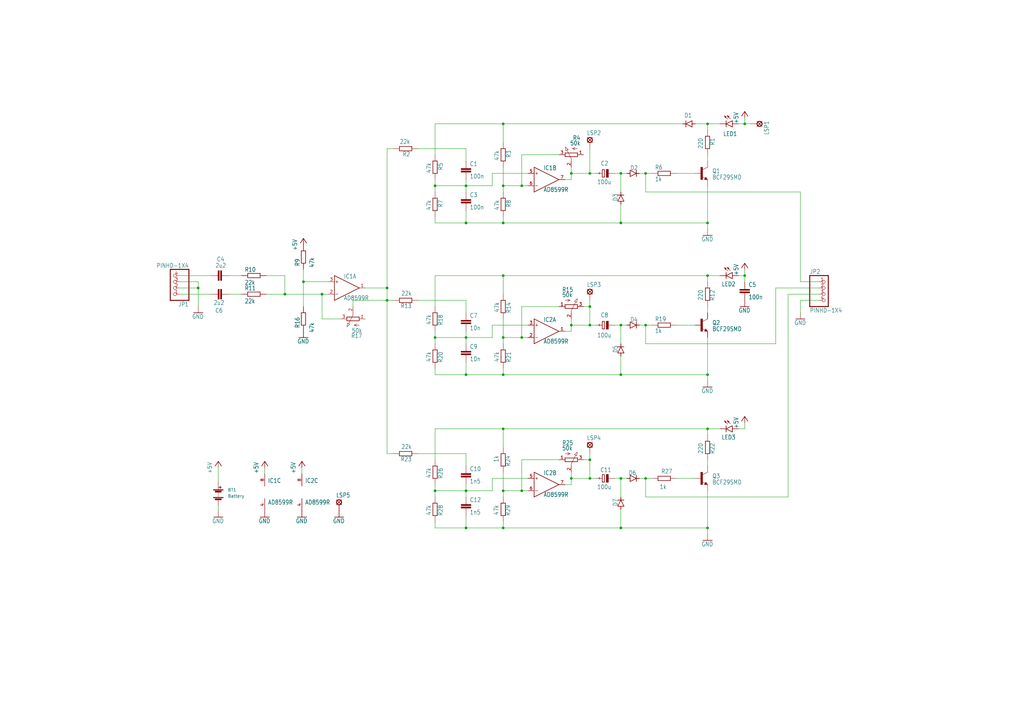
<source format=kicad_sch>
(kicad_sch (version 20211123) (generator eeschema)
  (paper "A3")
  (junction (at 305.435 113.03))
  (junction (at 191.135 216.535))
  (junction (at 290.195 175.895))
  (junction (at 206.375 138.43))
  (junction (at 132.08 120.65))
  (junction (at 206.375 50.8))
  (junction (at 213.995 76.2))
  (junction (at 254.635 133.35))
  (junction (at 241.935 71.12))
  (junction (at 241.935 125.73))
  (junction (at 254.635 153.67))
  (junction (at 264.795 71.12))
  (junction (at 191.135 76.2))
  (junction (at 234.315 71.12))
  (junction (at 178.435 138.43))
  (junction (at 234.315 133.35))
  (junction (at 213.995 138.43))
  (junction (at 191.135 138.43))
  (junction (at 290.195 113.03))
  (junction (at 290.195 153.67))
  (junction (at 290.195 216.535))
  (junction (at 81.28 118.11))
  (junction (at 241.935 188.595))
  (junction (at 178.435 76.2))
  (junction (at 305.435 50.8))
  (junction (at 241.935 133.35))
  (junction (at 206.375 113.03))
  (junction (at 206.375 91.44))
  (junction (at 191.135 201.295))
  (junction (at 264.795 133.35))
  (junction (at 158.75 123.19))
  (junction (at 241.935 196.215))
  (junction (at 206.375 201.295))
  (junction (at 116.84 120.65))
  (junction (at 206.375 76.2))
  (junction (at 124.46 115.57))
  (junction (at 206.375 153.67))
  (junction (at 213.995 201.295))
  (junction (at 264.795 196.215))
  (junction (at 254.635 71.12))
  (junction (at 158.75 118.11))
  (junction (at 178.435 201.295))
  (junction (at 206.375 175.895))
  (junction (at 254.635 216.535))
  (junction (at 254.635 91.44))
  (junction (at 234.315 196.215))
  (junction (at 290.195 91.44))
  (junction (at 206.375 216.535))
  (junction (at 290.195 50.8))
  (junction (at 254.635 196.215))
  (junction (at 191.135 153.67))
  (junction (at 191.135 91.44))
  (wire (pts (xy 231.775 198.755) (xy 234.315 198.755)))
  (wire (pts (xy 81.28 115.57) (xy 73.66 115.57)))
  (wire (pts (xy 191.135 201.295) (xy 191.135 198.755)))
  (wire (pts (xy 213.995 76.2) (xy 206.375 76.2)))
  (wire (pts (xy 254.635 216.535) (xy 290.195 216.535)))
  (wire (pts (xy 206.375 151.13) (xy 206.375 153.67)))
  (wire (pts (xy 73.66 120.65) (xy 86.36 120.65)))
  (wire (pts (xy 191.135 211.455) (xy 191.135 216.535)))
  (wire (pts (xy 158.75 118.11) (xy 158.75 60.96)))
  (wire (pts (xy 254.635 203.835) (xy 254.635 196.215)))
  (wire (pts (xy 241.935 133.35) (xy 241.935 125.73)))
  (wire (pts (xy 318.135 140.97) (xy 318.135 118.11)))
  (wire (pts (xy 178.435 113.03) (xy 206.375 113.03)))
  (wire (pts (xy 328.295 123.19) (xy 335.915 123.19)))
  (wire (pts (xy 178.435 153.67) (xy 191.135 153.67)))
  (wire (pts (xy 244.475 133.35) (xy 241.935 133.35)))
  (wire (pts (xy 206.375 78.74) (xy 206.375 76.2)))
  (wire (pts (xy 178.435 76.2) (xy 191.135 76.2)))
  (wire (pts (xy 109.22 120.65) (xy 116.84 120.65)))
  (wire (pts (xy 178.435 78.74) (xy 178.435 76.2)))
  (wire (pts (xy 191.135 138.43) (xy 191.135 135.89)))
  (wire (pts (xy 241.935 125.73) (xy 239.395 125.73)))
  (wire (pts (xy 234.315 133.35) (xy 241.935 133.35)))
  (wire (pts (xy 305.435 175.895) (xy 305.435 173.355)))
  (wire (pts (xy 234.315 196.215) (xy 241.935 196.215)))
  (wire (pts (xy 295.275 175.895) (xy 290.195 175.895)))
  (wire (pts (xy 132.08 130.81) (xy 132.08 120.65)))
  (wire (pts (xy 241.935 186.055) (xy 241.935 188.595)))
  (wire (pts (xy 234.315 71.12) (xy 234.315 68.58)))
  (wire (pts (xy 244.475 196.215) (xy 241.935 196.215)))
  (wire (pts (xy 231.775 135.89) (xy 234.315 135.89)))
  (wire (pts (xy 171.45 60.96) (xy 191.135 60.96)))
  (wire (pts (xy 191.135 201.295) (xy 201.93 201.295)))
  (wire (pts (xy 206.375 88.9) (xy 206.375 91.44)))
  (wire (pts (xy 290.195 53.34) (xy 290.195 50.8)))
  (wire (pts (xy 213.995 138.43) (xy 213.995 125.73)))
  (wire (pts (xy 307.975 50.8) (xy 305.435 50.8)))
  (wire (pts (xy 144.78 123.19) (xy 158.75 123.19)))
  (wire (pts (xy 191.135 91.44) (xy 206.375 91.44)))
  (wire (pts (xy 178.435 91.44) (xy 191.135 91.44)))
  (wire (pts (xy 158.75 123.19) (xy 158.75 186.055)))
  (wire (pts (xy 81.28 118.11) (xy 81.28 115.57)))
  (wire (pts (xy 290.195 91.44) (xy 290.195 76.2)))
  (wire (pts (xy 124.46 125.73) (xy 124.46 115.57)))
  (wire (pts (xy 191.135 86.36) (xy 191.135 91.44)))
  (wire (pts (xy 254.635 91.44) (xy 290.195 91.44)))
  (wire (pts (xy 178.435 175.895) (xy 206.375 175.895)))
  (wire (pts (xy 234.315 135.89) (xy 234.315 133.35)))
  (wire (pts (xy 305.435 50.8) (xy 305.435 48.26)))
  (wire (pts (xy 206.375 68.58) (xy 206.375 76.2)))
  (wire (pts (xy 285.115 71.12) (xy 277.495 71.12)))
  (wire (pts (xy 191.135 78.74) (xy 191.135 76.2)))
  (wire (pts (xy 201.93 138.43) (xy 201.93 133.35)))
  (wire (pts (xy 216.535 76.2) (xy 213.995 76.2)))
  (wire (pts (xy 216.535 201.295) (xy 213.995 201.295)))
  (wire (pts (xy 254.635 78.74) (xy 254.635 71.12)))
  (wire (pts (xy 290.195 128.27) (xy 290.195 125.73)))
  (wire (pts (xy 206.375 216.535) (xy 254.635 216.535)))
  (wire (pts (xy 290.195 219.075) (xy 290.195 216.535)))
  (wire (pts (xy 116.84 113.03) (xy 116.84 120.65)))
  (wire (pts (xy 290.195 115.57) (xy 290.195 113.03)))
  (wire (pts (xy 93.98 120.65) (xy 99.06 120.65)))
  (wire (pts (xy 109.22 113.03) (xy 116.84 113.03)))
  (wire (pts (xy 213.995 125.73) (xy 229.235 125.73)))
  (wire (pts (xy 99.06 113.03) (xy 93.98 113.03)))
  (wire (pts (xy 264.795 133.35) (xy 262.255 133.35)))
  (wire (pts (xy 123.825 191.77) (xy 123.825 194.31)))
  (wire (pts (xy 191.135 76.2) (xy 201.93 76.2)))
  (wire (pts (xy 206.375 50.8) (xy 280.035 50.8)))
  (wire (pts (xy 290.195 93.98) (xy 290.195 91.44)))
  (wire (pts (xy 290.195 50.8) (xy 285.115 50.8)))
  (wire (pts (xy 178.435 213.995) (xy 178.435 216.535)))
  (wire (pts (xy 264.795 196.215) (xy 262.255 196.215)))
  (wire (pts (xy 264.795 203.835) (xy 264.795 196.215)))
  (wire (pts (xy 257.175 71.12) (xy 254.635 71.12)))
  (wire (pts (xy 295.275 50.8) (xy 290.195 50.8)))
  (wire (pts (xy 254.635 196.215) (xy 252.095 196.215)))
  (wire (pts (xy 305.435 115.57) (xy 305.435 113.03)))
  (wire (pts (xy 81.28 125.73) (xy 81.28 118.11)))
  (wire (pts (xy 158.75 123.19) (xy 158.75 118.11)))
  (wire (pts (xy 171.45 186.055) (xy 191.135 186.055)))
  (wire (pts (xy 257.175 133.35) (xy 254.635 133.35)))
  (wire (pts (xy 206.375 91.44) (xy 254.635 91.44)))
  (wire (pts (xy 213.995 138.43) (xy 206.375 138.43)))
  (wire (pts (xy 206.375 113.03) (xy 290.195 113.03)))
  (wire (pts (xy 73.66 118.11) (xy 81.28 118.11)))
  (wire (pts (xy 323.215 120.65) (xy 335.915 120.65)))
  (wire (pts (xy 264.795 78.74) (xy 264.795 71.12)))
  (wire (pts (xy 108.585 191.77) (xy 108.585 194.31)))
  (wire (pts (xy 234.315 73.66) (xy 234.315 71.12)))
  (wire (pts (xy 216.535 133.35) (xy 201.93 133.35)))
  (wire (pts (xy 89.535 191.77) (xy 89.535 197.485)))
  (wire (pts (xy 285.115 133.35) (xy 277.495 133.35)))
  (wire (pts (xy 178.435 88.9) (xy 178.435 91.44)))
  (wire (pts (xy 139.7 130.81) (xy 132.08 130.81)))
  (wire (pts (xy 178.435 50.8) (xy 206.375 50.8)))
  (wire (pts (xy 290.195 156.21) (xy 290.195 153.67)))
  (wire (pts (xy 89.535 209.55) (xy 89.535 207.645)))
  (wire (pts (xy 264.795 203.835) (xy 323.215 203.835)))
  (wire (pts (xy 335.915 115.57) (xy 328.295 115.57)))
  (wire (pts (xy 216.535 138.43) (xy 213.995 138.43)))
  (wire (pts (xy 206.375 153.67) (xy 254.635 153.67)))
  (wire (pts (xy 305.435 113.03) (xy 305.435 110.49)))
  (wire (pts (xy 267.335 133.35) (xy 264.795 133.35)))
  (wire (pts (xy 244.475 71.12) (xy 241.935 71.12)))
  (wire (pts (xy 191.135 138.43) (xy 201.93 138.43)))
  (wire (pts (xy 254.635 83.82) (xy 254.635 91.44)))
  (wire (pts (xy 323.215 120.65) (xy 323.215 203.835)))
  (wire (pts (xy 318.135 118.11) (xy 335.915 118.11)))
  (wire (pts (xy 201.93 76.2) (xy 201.93 71.12)))
  (wire (pts (xy 191.135 123.19) (xy 191.135 128.27)))
  (wire (pts (xy 206.375 203.835) (xy 206.375 201.295)))
  (wire (pts (xy 191.135 140.97) (xy 191.135 138.43)))
  (wire (pts (xy 178.435 138.43) (xy 178.435 135.89)))
  (wire (pts (xy 213.995 201.295) (xy 213.995 188.595)))
  (wire (pts (xy 328.295 128.27) (xy 328.295 123.19)))
  (wire (pts (xy 206.375 213.995) (xy 206.375 216.535)))
  (wire (pts (xy 178.435 201.295) (xy 178.435 198.755)))
  (wire (pts (xy 191.135 76.2) (xy 191.135 73.66)))
  (wire (pts (xy 191.135 148.59) (xy 191.135 153.67)))
  (wire (pts (xy 264.795 140.97) (xy 264.795 133.35)))
  (wire (pts (xy 213.995 188.595) (xy 229.235 188.595)))
  (wire (pts (xy 201.93 201.295) (xy 201.93 196.215)))
  (wire (pts (xy 290.195 191.135) (xy 290.195 188.595)))
  (wire (pts (xy 178.435 138.43) (xy 191.135 138.43)))
  (wire (pts (xy 290.195 66.04) (xy 290.195 63.5)))
  (wire (pts (xy 178.435 201.295) (xy 191.135 201.295)))
  (wire (pts (xy 191.135 186.055) (xy 191.135 191.135)))
  (wire (pts (xy 241.935 196.215) (xy 241.935 188.595)))
  (wire (pts (xy 116.84 120.65) (xy 132.08 120.65)))
  (wire (pts (xy 290.195 138.43) (xy 290.195 153.67)))
  (wire (pts (xy 206.375 175.895) (xy 206.375 183.515)))
  (wire (pts (xy 241.935 60.96) (xy 241.935 71.12)))
  (wire (pts (xy 158.75 60.96) (xy 161.29 60.96)))
  (wire (pts (xy 328.295 115.57) (xy 328.295 78.74)))
  (wire (pts (xy 191.135 216.535) (xy 206.375 216.535)))
  (wire (pts (xy 191.135 203.835) (xy 191.135 201.295)))
  (wire (pts (xy 178.435 63.5) (xy 178.435 50.8)))
  (wire (pts (xy 234.315 71.12) (xy 241.935 71.12)))
  (wire (pts (xy 206.375 113.03) (xy 206.375 120.65)))
  (wire (pts (xy 257.175 196.215) (xy 254.635 196.215)))
  (wire (pts (xy 206.375 50.8) (xy 206.375 58.42)))
  (wire (pts (xy 191.135 153.67) (xy 206.375 153.67)))
  (wire (pts (xy 191.135 60.96) (xy 191.135 66.04)))
  (wire (pts (xy 216.535 196.215) (xy 201.93 196.215)))
  (wire (pts (xy 254.635 133.35) (xy 252.095 133.35)))
  (wire (pts (xy 178.435 76.2) (xy 178.435 73.66)))
  (wire (pts (xy 178.435 203.835) (xy 178.435 201.295)))
  (wire (pts (xy 171.45 123.19) (xy 191.135 123.19)))
  (wire (pts (xy 241.935 123.19) (xy 241.935 125.73)))
  (wire (pts (xy 178.435 140.97) (xy 178.435 138.43)))
  (wire (pts (xy 264.795 71.12) (xy 262.255 71.12)))
  (wire (pts (xy 213.995 201.295) (xy 206.375 201.295)))
  (wire (pts (xy 234.315 133.35) (xy 234.315 130.81)))
  (wire (pts (xy 134.62 115.57) (xy 124.46 115.57)))
  (wire (pts (xy 144.78 125.73) (xy 144.78 123.19)))
  (wire (pts (xy 254.635 71.12) (xy 252.095 71.12)))
  (wire (pts (xy 132.08 120.65) (xy 134.62 120.65)))
  (wire (pts (xy 216.535 71.12) (xy 201.93 71.12)))
  (wire (pts (xy 149.86 118.11) (xy 158.75 118.11)))
  (wire (pts (xy 254.635 153.67) (xy 290.195 153.67)))
  (wire (pts (xy 254.635 146.05) (xy 254.635 153.67)))
  (wire (pts (xy 267.335 196.215) (xy 264.795 196.215)))
  (wire (pts (xy 178.435 188.595) (xy 178.435 175.895)))
  (wire (pts (xy 178.435 125.73) (xy 178.435 113.03)))
  (wire (pts (xy 285.115 196.215) (xy 277.495 196.215)))
  (wire (pts (xy 158.75 123.19) (xy 161.29 123.19)))
  (wire (pts (xy 178.435 216.535) (xy 191.135 216.535)))
  (wire (pts (xy 213.995 76.2) (xy 213.995 63.5)))
  (wire (pts (xy 254.635 208.915) (xy 254.635 216.535)))
  (wire (pts (xy 290.195 201.295) (xy 290.195 216.535)))
  (wire (pts (xy 264.795 140.97) (xy 318.135 140.97)))
  (wire (pts (xy 206.375 193.675) (xy 206.375 201.295)))
  (wire (pts (xy 290.195 178.435) (xy 290.195 175.895)))
  (wire (pts (xy 234.315 196.215) (xy 234.315 193.675)))
  (wire (pts (xy 328.295 78.74) (xy 264.795 78.74)))
  (wire (pts (xy 206.375 130.81) (xy 206.375 138.43)))
  (wire (pts (xy 302.895 175.895) (xy 305.435 175.895)))
  (wire (pts (xy 302.895 50.8) (xy 305.435 50.8)))
  (wire (pts (xy 158.75 186.055) (xy 161.29 186.055)))
  (wire (pts (xy 206.375 140.97) (xy 206.375 138.43)))
  (wire (pts (xy 213.995 63.5) (xy 229.235 63.5)))
  (wire (pts (xy 178.435 151.13) (xy 178.435 153.67)))
  (wire (pts (xy 302.895 113.03) (xy 305.435 113.03)))
  (wire (pts (xy 231.775 73.66) (xy 234.315 73.66)))
  (wire (pts (xy 241.935 188.595) (xy 239.395 188.595)))
  (wire (pts (xy 86.36 113.03) (xy 73.66 113.03)))
  (wire (pts (xy 295.275 113.03) (xy 290.195 113.03)))
  (wire (pts (xy 267.335 71.12) (xy 264.795 71.12)))
  (wire (pts (xy 124.46 115.57) (xy 124.46 110.49)))
  (wire (pts (xy 206.375 175.895) (xy 290.195 175.895)))
  (wire (pts (xy 234.315 198.755) (xy 234.315 196.215)))
  (wire (pts (xy 254.635 140.97) (xy 254.635 133.35)))
  (symbol (lib_name "LSP10_1") (lib_id "BH-eagle-import:LSP10") (at 139.065 207.01 0) (unit 1)
    (property "Reference" "LSP5" (at 137.795 204.089 0) (effects (font (size 1.778 1.5113)) (justify left bottom)))
    (property "Value" "LSP10" (effects hide))
    (property "Footprint" "Connector_PinHeader_2.54mm:PinHeader_1x01_P2.54mm_Vertical" (effects hide))
    (property "LCSC" "1" (effects hide))
  )
  (symbol (lib_id "BH-eagle-import:+5V") (at 123.825 189.23 0) (unit 1)
    (property "Reference" "#P+0103" (effects hide))
    (property "Value" "+5V" (at 121.285 194.31 90) (effects (font (size 1.778 1.5113)) (justify left bottom)))
    (property "Footprint" "BH:" (effects hide))
  )
  (symbol (lib_id "BH-eagle-import:GND") (at 123.825 212.09 0) (unit 1)
    (property "Reference" "#GND0104" (effects hide))
    (property "Value" "GND" (at 121.285 214.63 0) (effects (font (size 1.778 1.5113)) (justify left bottom)))
    (property "Footprint" "BH:" (effects hide))
  )
  (symbol (lib_id "BH-eagle-import:CPOL-EUE2,5-6E") (at 247.015 133.35 90) (unit 1)
    (property "Reference" "C8" (at 249.555 128.27 90) (effects (font (size 1.778 1.5113)) (justify left bottom)))
    (property "Value" "100u" (at 250.825 136.525 90) (effects (font (size 1.778 1.5113)) (justify left bottom)))
    (property "Footprint" "Capacitor_THT:CP_Radial_D5.0mm_P2.50mm" (effects hide))
    (property "LCSC" "1" (effects hide))
  )
  (symbol (lib_name "1N4148DO35-7_5") (lib_id "BH-eagle-import:1N4148DO35-7") (at 282.575 50.8 180) (unit 1)
    (property "Reference" "D1" (at 283.845 46.355 0) (effects (font (size 1.778 1.5113)) (justify left bottom)))
    (property "Value" "1N4148DO35-7" (effects hide))
    (property "Footprint" "Diode_SMD:D_0603_1608Metric_Pad1.05x0.95mm_HandSolder" (effects hide))
    (property "LCSC" "1" (effects hide))
  )
  (symbol (lib_name "R-EU_R0402_3") (lib_id "BH-eagle-import:R-EU_R0402") (at 178.435 130.81 270) (unit 1)
    (property "Reference" "R18" (at 179.705 128.905 0) (effects (font (size 1.778 1.5113)) (justify left bottom)))
    (property "Value" "47k" (at 174.9044 128.905 0) (effects (font (size 1.778 1.5113)) (justify left bottom)))
    (property "Footprint" "Resistor_SMD:R_0402_1005Metric" (effects hide))
    (property "LCSC" "1" (effects hide))
  )
  (symbol (lib_name "C-EUC0402_2") (lib_id "BH-eagle-import:C-EUC0402") (at 191.135 130.81 0) (unit 1)
    (property "Reference" "C7" (at 192.659 130.429 0) (effects (font (size 1.778 1.5113)) (justify left bottom)))
    (property "Value" "10n" (at 192.659 135.509 0) (effects (font (size 1.778 1.5113)) (justify left bottom)))
    (property "Footprint" "Capacitor_SMD:C_0402_1005Metric" (effects hide))
    (property "LCSC" "1" (effects hide))
  )
  (symbol (lib_id "BH-eagle-import:AD8599R") (at 139.7 118.11 0) (unit 1)
    (property "Reference" "IC1" (at 140.97 114.3 0) (effects (font (size 1.778 1.5113)) (justify left bottom)))
    (property "Value" "AD8599R" (at 140.97 123.19 0) (effects (font (size 1.778 1.5113)) (justify left bottom)))
    (property "Footprint" "Package_SO:SOIC-8_3.9x4.9mm_P1.27mm" (effects hide))
    (property "Datasheet" "https://www.analog.com/media/en/technical-documentation/data-sheets/AD8597_8599.pdf" (effects hide))
    (property "LCSC" "1" (effects hide))
  )
  (symbol (lib_id "BH-eagle-import:GND") (at 290.195 96.52 0) (unit 1)
    (property "Reference" "#GND0108" (effects hide))
    (property "Value" "GND" (at 287.655 99.06 0) (effects (font (size 1.778 1.5113)) (justify left bottom)))
    (property "Footprint" "BH:" (effects hide))
  )
  (symbol (lib_name "C-EUC0402_2") (lib_id "BH-eagle-import:C-EUC0402") (at 88.9 120.65 90) (unit 1)
    (property "Reference" "C6" (at 91.44 126.365 90) (effects (font (size 1.778 1.5113)) (justify left bottom)))
    (property "Value" "2u2" (at 92.075 123.19 90) (effects (font (size 1.778 1.5113)) (justify left bottom)))
    (property "Footprint" "Capacitor_SMD:C_0402_1005Metric" (effects hide))
    (property "LCSC" "1" (effects hide))
  )
  (symbol (lib_name "LEDSML0603_1") (lib_id "BH-eagle-import:LEDSML0603") (at 300.355 50.8 270) (unit 1)
    (property "Reference" "LED1" (at 296.545 55.88 90) (effects (font (size 1.778 1.5113)) (justify left bottom)))
    (property "Value" "LEDSML0603" (effects hide))
    (property "Footprint" "Diode_SMD:D_0603_1608Metric_Pad1.05x0.95mm_HandSolder" (effects hide))
    (property "LCSC" "1" (effects hide))
  )
  (symbol (lib_id "BH-eagle-import:PINHD-1X4") (at 338.455 120.65 0) (unit 1)
    (property "Reference" "JP2" (at 332.105 112.395 0) (effects (font (size 1.778 1.5113)) (justify left bottom)))
    (property "Value" "PINHD-1X4" (at 332.105 128.27 0) (effects (font (size 1.778 1.5113)) (justify left bottom)))
    (property "Footprint" "Connector_PinHeader_2.54mm:PinHeader_1x04_P2.54mm_Vertical" (effects hide))
    (property "LCSC" "1" (effects hide))
  )
  (symbol (lib_name "R-EU_R0402_24") (lib_id "BH-eagle-import:R-EU_R0402") (at 290.195 120.65 270) (unit 1)
    (property "Reference" "R12" (at 291.1856 118.745 0) (effects (font (size 1.778 1.5113)) (justify left bottom)))
    (property "Value" "220" (at 286.385 118.745 0) (effects (font (size 1.778 1.5113)) (justify left bottom)))
    (property "Footprint" "Resistor_SMD:R_0402_1005Metric" (effects hide))
    (property "LCSC" "1" (effects hide))
  )
  (symbol (lib_id "BH-eagle-import:C-EUC0402") (at 305.435 118.11 0) (unit 1)
    (property "Reference" "C5" (at 306.959 117.729 0) (effects (font (size 1.778 1.5113)) (justify left bottom)))
    (property "Value" "100n" (at 306.959 122.809 0) (effects (font (size 1.778 1.5113)) (justify left bottom)))
    (property "Footprint" "Capacitor_SMD:C_0402_1005Metric" (effects hide))
    (property "LCSC" "1" (effects hide))
  )
  (symbol (lib_name "CPOL-EUE2,5-6E_2") (lib_id "BH-eagle-import:CPOL-EUE2,5-6E") (at 247.015 196.215 90) (unit 1)
    (property "Reference" "C11" (at 250.825 191.77 90) (effects (font (size 1.778 1.5113)) (justify left bottom)))
    (property "Value" "100u" (at 250.825 198.755 90) (effects (font (size 1.778 1.5113)) (justify left bottom)))
    (property "Footprint" "Capacitor_THT:CP_Radial_D5.0mm_P2.50mm" (effects hide))
    (property "LCSC" "1" (effects hide))
  )
  (symbol (lib_name "CPOL-EUE2,5-6E_1") (lib_id "BH-eagle-import:CPOL-EUE2,5-6E") (at 247.015 71.12 90) (unit 1)
    (property "Reference" "C2" (at 249.555 66.04 90) (effects (font (size 1.778 1.5113)) (justify left bottom)))
    (property "Value" "100u" (at 250.825 73.66 90) (effects (font (size 1.778 1.5113)) (justify left bottom)))
    (property "Footprint" "Capacitor_THT:CP_Radial_D5.0mm_P2.50mm" (effects hide))
    (property "LCSC" "1" (effects hide))
  )
  (symbol (lib_name "C-EUC0402_6") (lib_id "BH-eagle-import:C-EUC0402") (at 191.135 68.58 0) (unit 1)
    (property "Reference" "C1" (at 192.659 68.199 0) (effects (font (size 1.778 1.5113)) (justify left bottom)))
    (property "Value" "100n" (at 192.659 73.279 0) (effects (font (size 1.778 1.5113)) (justify left bottom)))
    (property "Footprint" "Capacitor_SMD:C_0402_1005Metric" (effects hide))
    (property "LCSC" "1" (effects hide))
  )
  (symbol (lib_name "BCF29SMD_1") (lib_id "BH-eagle-import:BCF29SMD") (at 287.655 71.12 0) (unit 1)
    (property "Reference" "Q1" (at 292.1 71.12 0) (effects (font (size 1.778 1.5113)) (justify left bottom)))
    (property "Value" "BCF29SMD" (at 292.1 73.66 0) (effects (font (size 1.778 1.5113)) (justify left bottom)))
    (property "Footprint" "Package_TO_SOT_SMD:SOT-23W_Handsoldering" (effects hide))
    (property "LCSC" "1" (effects hide))
  )
  (symbol (lib_name "R-EU_R0402_2") (lib_id "BH-eagle-import:R-EU_R0402") (at 166.37 123.19 180) (unit 1)
    (property "Reference" "R13" (at 168.91 124.46 0) (effects (font (size 1.778 1.5113)) (justify left bottom)))
    (property "Value" "22k" (at 168.91 119.38 0) (effects (font (size 1.778 1.5113)) (justify left bottom)))
    (property "Footprint" "Resistor_SMD:R_0402_1005Metric" (effects hide))
    (property "LCSC" "1" (effects hide))
  )
  (symbol (lib_name "C-EUC0402_1") (lib_id "BH-eagle-import:C-EUC0402") (at 191.135 143.51 0) (unit 1)
    (property "Reference" "C9" (at 192.659 143.129 0) (effects (font (size 1.778 1.5113)) (justify left bottom)))
    (property "Value" "10n" (at 192.659 148.209 0) (effects (font (size 1.778 1.5113)) (justify left bottom)))
    (property "Footprint" "Capacitor_SMD:C_0402_1005Metric" (effects hide))
    (property "LCSC" "1" (effects hide))
  )
  (symbol (lib_name "LSP10_1") (lib_id "BH-eagle-import:LSP10") (at 310.515 50.8 270) (unit 1)
    (property "Reference" "LSP1" (at 313.436 49.53 0) (effects (font (size 1.778 1.5113)) (justify left bottom)))
    (property "Value" "LSP10" (effects hide))
    (property "Footprint" "Connector_PinHeader_2.54mm:PinHeader_1x01_P2.54mm_Vertical" (effects hide))
    (property "LCSC" "1" (effects hide))
  )
  (symbol (lib_name "BCF29SMD_2") (lib_id "BH-eagle-import:BCF29SMD") (at 287.655 133.35 0) (unit 1)
    (property "Reference" "Q2" (at 292.1 133.35 0) (effects (font (size 1.778 1.5113)) (justify left bottom)))
    (property "Value" "BCF29SMD" (at 292.1 135.89 0) (effects (font (size 1.778 1.5113)) (justify left bottom)))
    (property "Footprint" "Package_TO_SOT_SMD:SOT-23W_Handsoldering" (effects hide))
    (property "LCSC" "1" (effects hide))
  )
  (symbol (lib_name "1N4148DO35-7_6") (lib_id "BH-eagle-import:1N4148DO35-7") (at 254.635 143.51 90) (unit 1)
    (property "Reference" "D5" (at 253.365 144.78 0) (effects (font (size 1.778 1.5113)) (justify left bottom)))
    (property "Value" "1N4148DO35-7" (effects hide))
    (property "Footprint" "Diode_SMD:D_0603_1608Metric_Pad1.05x0.95mm_HandSolder" (effects hide))
    (property "LCSC" "1" (effects hide))
  )
  (symbol (lib_id "BH-eagle-import:AD8599R") (at 221.615 135.89 0) (unit 1)
    (property "Reference" "IC2" (at 222.885 132.08 0) (effects (font (size 1.778 1.5113)) (justify left bottom)))
    (property "Value" "AD8599R" (at 222.885 140.97 0) (effects (font (size 1.778 1.5113)) (justify left bottom)))
    (property "Footprint" "Package_SO:SOIC-8_3.9x4.9mm_P1.27mm" (effects hide))
    (property "LCSC" "1" (effects hide))
  )
  (symbol (lib_id "BH-eagle-import:EVUL") (at 234.315 188.595 270) (unit 1)
    (property "Reference" "R25" (at 230.505 182.626 90) (effects (font (size 1.778 1.5113)) (justify left bottom)))
    (property "Value" "50k" (at 230.505 184.785 90) (effects (font (size 1.778 1.5113)) (justify left bottom)))
    (property "Footprint" "Potentiometer_THT:Potentiometer_Alpha_RD901F-40-00D_Single_Vertical" (effects hide))
    (property "LCSC" "1" (effects hide))
  )
  (symbol (lib_name "C-EUC0402_4") (lib_id "BH-eagle-import:C-EUC0402") (at 191.135 193.675 0) (unit 1)
    (property "Reference" "C10" (at 192.659 193.294 0) (effects (font (size 1.778 1.5113)) (justify left bottom)))
    (property "Value" "1n5" (at 192.659 198.374 0) (effects (font (size 1.778 1.5113)) (justify left bottom)))
    (property "Footprint" "Capacitor_SMD:C_0402_1005Metric" (effects hide))
    (property "LCSC" "1" (effects hide))
  )
  (symbol (lib_name "R-EU_R0402_16") (lib_id "BH-eagle-import:R-EU_R0402") (at 206.375 83.82 270) (unit 1)
    (property "Reference" "R8" (at 207.645 81.915 0) (effects (font (size 1.778 1.5113)) (justify left bottom)))
    (property "Value" "47k" (at 202.8444 81.915 0) (effects (font (size 1.778 1.5113)) (justify left bottom)))
    (property "Footprint" "Resistor_SMD:R_0402_1005Metric" (effects hide))
    (property "LCSC" "1" (effects hide))
  )
  (symbol (lib_name "C-EUC0402_5") (lib_id "BH-eagle-import:C-EUC0402") (at 191.135 81.28 0) (unit 1)
    (property "Reference" "C3" (at 192.659 80.899 0) (effects (font (size 1.778 1.5113)) (justify left bottom)))
    (property "Value" "100n" (at 192.659 85.979 0) (effects (font (size 1.778 1.5113)) (justify left bottom)))
    (property "Footprint" "Capacitor_SMD:C_0402_1005Metric" (effects hide))
    (property "LCSC" "1" (effects hide))
  )
  (symbol (lib_name "R-EU_R0402_10") (lib_id "BH-eagle-import:R-EU_R0402") (at 124.46 105.41 90) (unit 1)
    (property "Reference" "R9" (at 122.9614 109.22 0) (effects (font (size 1.778 1.5113)) (justify left bottom)))
    (property "Value" "47k" (at 128.905 109.855 0) (effects (font (size 1.778 1.5113)) (justify left bottom)))
    (property "Footprint" "Resistor_SMD:R_0402_1005Metric" (effects hide))
    (property "LCSC" "1" (effects hide))
  )
  (symbol (lib_name "R-EU_R0402_15") (lib_id "BH-eagle-import:R-EU_R0402") (at 206.375 63.5 270) (unit 1)
    (property "Reference" "R3" (at 207.645 61.595 0) (effects (font (size 1.778 1.5113)) (justify left bottom)))
    (property "Value" "47k" (at 202.8444 61.595 0) (effects (font (size 1.778 1.5113)) (justify left bottom)))
    (property "Footprint" "Resistor_SMD:R_0402_1005Metric" (effects hide))
    (property "LCSC" "1" (effects hide))
  )
  (symbol (lib_id "BH-eagle-import:BCF29SMD") (at 287.655 196.215 0) (unit 1)
    (property "Reference" "Q3" (at 292.1 196.215 0) (effects (font (size 1.778 1.5113)) (justify left bottom)))
    (property "Value" "BCF29SMD" (at 292.1 198.755 0) (effects (font (size 1.778 1.5113)) (justify left bottom)))
    (property "Footprint" "Package_TO_SOT_SMD:SOT-23W_Handsoldering" (effects hide))
    (property "LCSC" "1" (effects hide))
  )
  (symbol (lib_id "BH-eagle-import:+5V") (at 305.435 45.72 0) (unit 1)
    (property "Reference" "#P+0105" (effects hide))
    (property "Value" "+5V" (at 302.895 50.8 90) (effects (font (size 1.778 1.5113)) (justify left bottom)))
    (property "Footprint" "BH:" (effects hide))
  )
  (symbol (lib_name "R-EU_R0402_13") (lib_id "BH-eagle-import:R-EU_R0402") (at 206.375 188.595 270) (unit 1)
    (property "Reference" "R24" (at 207.3656 186.69 0) (effects (font (size 1.778 1.5113)) (justify left bottom)))
    (property "Value" "1k" (at 202.565 186.69 0) (effects (font (size 1.778 1.5113)) (justify left bottom)))
    (property "Footprint" "Resistor_SMD:R_0402_1005Metric" (effects hide))
    (property "LCSC" "1" (effects hide))
  )
  (symbol (lib_name "R-EU_R0402_1") (lib_id "BH-eagle-import:R-EU_R0402") (at 206.375 146.05 270) (unit 1)
    (property "Reference" "R21" (at 207.645 144.145 0) (effects (font (size 1.778 1.5113)) (justify left bottom)))
    (property "Value" "47k" (at 202.8444 144.145 0) (effects (font (size 1.778 1.5113)) (justify left bottom)))
    (property "Footprint" "Resistor_SMD:R_0402_1005Metric" (effects hide))
    (property "LCSC" "1" (effects hide))
  )
  (symbol (lib_id "Device:Battery") (at 89.535 202.565 0) (unit 1)
    (property "Reference" "BT1" (at 93.345 200.9139 0) (effects (justify left)))
    (property "Value" "Battery" (at 93.345 203.4539 0) (effects (justify left)))
    (property "Footprint" "BH:BatteryHolder_Keystone_2479_3xAAA" (effects hide))
    (property "LCSC" "1" (effects hide))
  )
  (symbol (lib_name "R-EU_R0402_22") (lib_id "BH-eagle-import:R-EU_R0402") (at 290.195 58.42 270) (unit 1)
    (property "Reference" "R1" (at 291.1856 56.515 0) (effects (font (size 1.778 1.5113)) (justify left bottom)))
    (property "Value" "220" (at 286.385 56.515 0) (effects (font (size 1.778 1.5113)) (justify left bottom)))
    (property "Footprint" "Resistor_SMD:R_0402_1005Metric" (effects hide))
    (property "LCSC" "1" (effects hide))
  )
  (symbol (lib_name "R-EU_R0402_9") (lib_id "BH-eagle-import:R-EU_R0402") (at 124.46 130.81 90) (unit 1)
    (property "Reference" "R16" (at 122.9614 134.62 0) (effects (font (size 1.778 1.5113)) (justify left bottom)))
    (property "Value" "47k" (at 128.905 136.525 0) (effects (font (size 1.778 1.5113)) (justify left bottom)))
    (property "Footprint" "Resistor_SMD:R_0402_1005Metric" (effects hide))
    (property "LCSC" "1" (effects hide))
  )
  (symbol (lib_name "R-EU_R0402_8") (lib_id "BH-eagle-import:R-EU_R0402") (at 104.14 120.65 0) (unit 1)
    (property "Reference" "R11" (at 100.33 119.1514 0) (effects (font (size 1.778 1.5113)) (justify left bottom)))
    (property "Value" "22k" (at 100.33 124.46 0) (effects (font (size 1.778 1.5113)) (justify left bottom)))
    (property "Footprint" "Resistor_SMD:R_0402_1005Metric" (effects hide))
    (property "LCSC" "1" (effects hide))
  )
  (symbol (lib_id "BH-eagle-import:1N4148DO35-7") (at 259.715 133.35 0) (unit 1)
    (property "Reference" "D4" (at 258.445 132.08 0) (effects (font (size 1.778 1.5113)) (justify left bottom)))
    (property "Value" "1N4148DO35-7" (effects hide))
    (property "Footprint" "Diode_SMD:D_0603_1608Metric_Pad1.05x0.95mm_HandSolder" (effects hide))
    (property "LCSC" "1" (effects hide))
  )
  (symbol (lib_id "BH-eagle-import:EVUL") (at 234.315 63.5 90) (mirror x) (unit 1)
    (property "Reference" "R4" (at 238.125 57.531 90) (effects (font (size 1.778 1.5113)) (justify left bottom)))
    (property "Value" "50k" (at 238.125 59.69 90) (effects (font (size 1.778 1.5113)) (justify left bottom)))
    (property "Footprint" "Potentiometer_THT:Potentiometer_Alpha_RD901F-40-00D_Single_Vertical" (effects hide))
    (property "LCSC" "1" (effects hide))
  )
  (symbol (lib_id "BH-eagle-import:GND") (at 328.295 130.81 0) (unit 1)
    (property "Reference" "#GND0110" (effects hide))
    (property "Value" "GND" (at 325.755 133.35 0) (effects (font (size 1.778 1.5113)) (justify left bottom)))
    (property "Footprint" "BH:" (effects hide))
  )
  (symbol (lib_name "R-EU_R0402_6") (lib_id "BH-eagle-import:R-EU_R0402") (at 166.37 186.055 180) (unit 1)
    (property "Reference" "R23" (at 168.91 187.325 0) (effects (font (size 1.778 1.5113)) (justify left bottom)))
    (property "Value" "22k" (at 168.91 182.245 0) (effects (font (size 1.778 1.5113)) (justify left bottom)))
    (property "Footprint" "Resistor_SMD:R_0402_1005Metric" (effects hide))
    (property "LCSC" "1" (effects hide))
  )
  (symbol (lib_id "BH-eagle-import:AD8599R") (at 221.615 198.755 0) (unit 2)
    (property "Reference" "IC2" (at 222.885 194.945 0) (effects (font (size 1.778 1.5113)) (justify left bottom)))
    (property "Value" "AD8599R" (at 222.885 203.835 0) (effects (font (size 1.778 1.5113)) (justify left bottom)))
    (property "Footprint" "Package_SO:SOIC-8_3.9x4.9mm_P1.27mm" (effects hide))
    (property "LCSC" "1" (effects hide))
  )
  (symbol (lib_name "1N4148DO35-7_1") (lib_id "BH-eagle-import:1N4148DO35-7") (at 259.715 71.12 0) (unit 1)
    (property "Reference" "D2" (at 258.445 69.85 0) (effects (font (size 1.778 1.5113)) (justify left bottom)))
    (property "Value" "1N4148DO35-7" (effects hide))
    (property "Footprint" "Diode_SMD:D_0603_1608Metric_Pad1.05x0.95mm_HandSolder" (effects hide))
    (property "LCSC" "1" (effects hide))
  )
  (symbol (lib_name "R-EU_R0402_23") (lib_id "BH-eagle-import:R-EU_R0402") (at 272.415 133.35 0) (unit 1)
    (property "Reference" "R19" (at 268.605 131.8514 0) (effects (font (size 1.778 1.5113)) (justify left bottom)))
    (property "Value" "1k" (at 268.605 136.652 0) (effects (font (size 1.778 1.5113)) (justify left bottom)))
    (property "Footprint" "Resistor_SMD:R_0402_1005Metric" (effects hide))
    (property "LCSC" "1" (effects hide))
  )
  (symbol (lib_name "LSP10_1") (lib_id "BH-eagle-import:LSP10") (at 241.935 183.515 0) (unit 1)
    (property "Reference" "LSP4" (at 240.665 180.594 0) (effects (font (size 1.778 1.5113)) (justify left bottom)))
    (property "Value" "LSP10" (effects hide))
    (property "Footprint" "Connector_PinHeader_2.54mm:PinHeader_1x01_P2.54mm_Vertical" (effects hide))
    (property "LCSC" "1" (effects hide))
  )
  (symbol (lib_id "BH-eagle-import:AD8599R") (at 108.585 201.93 0) (unit 3)
    (property "Reference" "IC1" (at 109.855 198.12 0) (effects (font (size 1.778 1.5113)) (justify left bottom)))
    (property "Value" "AD8599R" (at 109.855 207.01 0) (effects (font (size 1.778 1.5113)) (justify left bottom)))
    (property "Footprint" "Package_SO:SOIC-8_3.9x4.9mm_P1.27mm" (effects hide))
    (property "Datasheet" "https://www.analog.com/media/en/technical-documentation/data-sheets/AD8597_8599.pdf" (effects hide))
    (property "LCSC" "1" (effects hide))
  )
  (symbol (lib_id "BH-eagle-import:EVUL") (at 234.315 125.73 270) (unit 1)
    (property "Reference" "R15" (at 230.505 119.761 90) (effects (font (size 1.778 1.5113)) (justify left bottom)))
    (property "Value" "50k" (at 230.505 121.92 90) (effects (font (size 1.778 1.5113)) (justify left bottom)))
    (property "Footprint" "Potentiometer_THT:Potentiometer_Alpha_RD901F-40-00D_Single_Vertical" (effects hide))
    (property "LCSC" "1" (effects hide))
  )
  (symbol (lib_id "BH-eagle-import:GND") (at 139.065 212.09 0) (unit 1)
    (property "Reference" "#GND0105" (effects hide))
    (property "Value" "GND" (at 136.525 214.63 0) (effects (font (size 1.778 1.5113)) (justify left bottom)))
    (property "Footprint" "BH:" (effects hide))
  )
  (symbol (lib_id "BH-eagle-import:GND") (at 89.535 212.09 0) (unit 1)
    (property "Reference" "#GND0111" (effects hide))
    (property "Value" "GND" (at 86.995 214.63 0) (effects (font (size 1.778 1.5113)) (justify left bottom)))
    (property "Footprint" "BH:" (effects hide))
  )
  (symbol (lib_id "BH-eagle-import:GND") (at 108.585 212.09 0) (unit 1)
    (property "Reference" "#GND0103" (effects hide))
    (property "Value" "GND" (at 106.045 214.63 0) (effects (font (size 1.778 1.5113)) (justify left bottom)))
    (property "Footprint" "BH:" (effects hide))
  )
  (symbol (lib_name "R-EU_R0402_18") (lib_id "BH-eagle-import:R-EU_R0402") (at 178.435 83.82 270) (unit 1)
    (property "Reference" "R7" (at 179.705 81.915 0) (effects (font (size 1.778 1.5113)) (justify left bottom)))
    (property "Value" "47k" (at 174.9044 81.915 0) (effects (font (size 1.778 1.5113)) (justify left bottom)))
    (property "Footprint" "Resistor_SMD:R_0402_1005Metric" (effects hide))
    (property "LCSC" "1" (effects hide))
  )
  (symbol (lib_name "1N4148DO35-7_2") (lib_id "BH-eagle-import:1N4148DO35-7") (at 254.635 81.28 90) (unit 1)
    (property "Reference" "D3" (at 253.365 82.55 0) (effects (font (size 1.778 1.5113)) (justify left bottom)))
    (property "Value" "1N4148DO35-7" (effects hide))
    (property "Footprint" "Diode_SMD:D_0603_1608Metric_Pad1.05x0.95mm_HandSolder" (effects hide))
    (property "LCSC" "1" (effects hide))
  )
  (symbol (lib_name "R-EU_R0402_19") (lib_id "BH-eagle-import:R-EU_R0402") (at 166.37 60.96 180) (unit 1)
    (property "Reference" "R2" (at 168.275 62.23 0) (effects (font (size 1.778 1.5113)) (justify left bottom)))
    (property "Value" "22k" (at 168.275 57.15 0) (effects (font (size 1.778 1.5113)) (justify left bottom)))
    (property "Footprint" "Resistor_SMD:R_0402_1005Metric" (effects hide))
    (property "LCSC" "1" (effects hide))
  )
  (symbol (lib_name "R-EU_R0402_21") (lib_id "BH-eagle-import:R-EU_R0402") (at 272.415 196.215 0) (unit 1)
    (property "Reference" "R27" (at 271.145 194.31 0) (effects (font (size 1.778 1.5113)) (justify left bottom)))
    (property "Value" "1k" (at 270.51 200.66 0) (effects (font (size 1.778 1.5113)) (justify left bottom)))
    (property "Footprint" "Resistor_SMD:R_0402_1005Metric" (effects hide))
    (property "LCSC" "1" (effects hide))
  )
  (symbol (lib_id "BH-eagle-import:GND") (at 305.435 125.73 0) (unit 1)
    (property "Reference" "#GND0109" (effects hide))
    (property "Value" "GND" (at 302.895 128.27 0) (effects (font (size 1.778 1.5113)) (justify left bottom)))
    (property "Footprint" "BH:" (effects hide))
  )
  (symbol (lib_name "1N4148DO35-7_3") (lib_id "BH-eagle-import:1N4148DO35-7") (at 254.635 206.375 90) (unit 1)
    (property "Reference" "D7" (at 253.365 207.645 0) (effects (font (size 1.778 1.5113)) (justify left bottom)))
    (property "Value" "1N4148DO35-7" (effects hide))
    (property "Footprint" "Diode_SMD:D_0603_1608Metric_Pad1.05x0.95mm_HandSolder" (effects hide))
    (property "LCSC" "1" (effects hide))
  )
  (symbol (lib_id "BH-eagle-import:+5V") (at 89.535 189.23 0) (unit 1)
    (property "Reference" "#P+0107" (effects hide))
    (property "Value" "+5V" (at 86.995 194.31 90) (effects (font (size 1.778 1.5113)) (justify left bottom)))
    (property "Footprint" "BH:" (effects hide))
  )
  (symbol (lib_name "R-EU_R0402_17") (lib_id "BH-eagle-import:R-EU_R0402") (at 178.435 68.58 270) (unit 1)
    (property "Reference" "R5" (at 179.705 66.675 0) (effects (font (size 1.778 1.5113)) (justify left bottom)))
    (property "Value" "47k" (at 174.9044 66.675 0) (effects (font (size 1.778 1.5113)) (justify left bottom)))
    (property "Footprint" "Resistor_SMD:R_0402_1005Metric" (effects hide))
    (property "LCSC" "1" (effects hide))
  )
  (symbol (lib_name "LEDSML0603_1") (lib_id "BH-eagle-import:LEDSML0603") (at 300.355 113.03 270) (unit 1)
    (property "Reference" "LED2" (at 295.91 117.475 90) (effects (font (size 1.778 1.5113)) (justify left bottom)))
    (property "Value" "LEDSML0603" (effects hide))
    (property "Footprint" "Diode_SMD:D_0603_1608Metric_Pad1.05x0.95mm_HandSolder" (effects hide))
    (property "LCSC" "1" (effects hide))
  )
  (symbol (lib_name "LSP10_1") (lib_id "BH-eagle-import:LSP10") (at 241.935 120.65 0) (unit 1)
    (property "Reference" "LSP3" (at 240.665 117.729 0) (effects (font (size 1.778 1.5113)) (justify left bottom)))
    (property "Value" "LSP10" (effects hide))
    (property "Footprint" "Connector_PinHeader_2.54mm:PinHeader_1x01_P2.54mm_Vertical" (effects hide))
    (property "LCSC" "1" (effects hide))
  )
  (symbol (lib_id "BH-eagle-import:+5V") (at 124.46 97.79 0) (unit 1)
    (property "Reference" "#P+0101" (effects hide))
    (property "Value" "+5V" (at 121.92 102.87 90) (effects (font (size 1.778 1.5113)) (justify left bottom)))
    (property "Footprint" "BH:" (effects hide))
  )
  (symbol (lib_id "BH-eagle-import:GND") (at 81.28 128.27 0) (unit 1)
    (property "Reference" "#GND0102" (effects hide))
    (property "Value" "GND" (at 78.74 130.81 0) (effects (font (size 1.778 1.5113)) (justify left bottom)))
    (property "Footprint" "BH:" (effects hide))
  )
  (symbol (lib_name "R-EU_R0402_11") (lib_id "BH-eagle-import:R-EU_R0402") (at 206.375 208.915 270) (unit 1)
    (property "Reference" "R29" (at 207.3656 207.01 0) (effects (font (size 1.778 1.5113)) (justify left bottom)))
    (property "Value" "47k" (at 202.565 207.01 0) (effects (font (size 1.778 1.5113)) (justify left bottom)))
    (property "Footprint" "Resistor_SMD:R_0402_1005Metric" (effects hide))
    (property "LCSC" "1" (effects hide))
  )
  (symbol (lib_id "BH-eagle-import:R-EU_R0402") (at 290.195 183.515 270) (unit 1)
    (property "Reference" "R22" (at 291.1856 181.61 0) (effects (font (size 1.778 1.5113)) (justify left bottom)))
    (property "Value" "220" (at 286.385 181.61 0) (effects (font (size 1.778 1.5113)) (justify left bottom)))
    (property "Footprint" "Resistor_SMD:R_0402_1005Metric" (effects hide))
    (property "LCSC" "1" (effects hide))
  )
  (symbol (lib_name "R-EU_R0402_20") (lib_id "BH-eagle-import:R-EU_R0402") (at 272.415 71.12 0) (unit 1)
    (property "Reference" "R6" (at 268.605 69.6214 0) (effects (font (size 1.778 1.5113)) (justify left bottom)))
    (property "Value" "1k" (at 268.605 74.422 0) (effects (font (size 1.778 1.5113)) (justify left bottom)))
    (property "Footprint" "Resistor_SMD:R_0402_1005Metric" (effects hide))
    (property "LCSC" "1" (effects hide))
  )
  (symbol (lib_id "BH-eagle-import:PINHD-1X4") (at 71.12 115.57 180) (unit 1)
    (property "Reference" "JP1" (at 77.47 123.825 0) (effects (font (size 1.778 1.5113)) (justify left bottom)))
    (property "Value" "PINHD-1X4" (at 77.47 107.95 0) (effects (font (size 1.778 1.5113)) (justify left bottom)))
    (property "Footprint" "Connector_PinHeader_2.54mm:PinHeader_1x04_P2.54mm_Vertical" (effects hide))
    (property "LCSC" "1" (effects hide))
  )
  (symbol (lib_id "BH-eagle-import:+5V") (at 108.585 189.23 0) (unit 1)
    (property "Reference" "#P+0102" (effects hide))
    (property "Value" "+5V" (at 106.045 194.31 90) (effects (font (size 1.778 1.5113)) (justify left bottom)))
    (property "Footprint" "BH:" (effects hide))
  )
  (symbol (lib_name "1N4148DO35-7_4") (lib_id "BH-eagle-import:1N4148DO35-7") (at 259.715 196.215 0) (unit 1)
    (property "Reference" "D6" (at 257.81 194.945 0) (effects (font (size 1.778 1.5113)) (justify left bottom)))
    (property "Value" "1N4148DO35-7" (effects hide))
    (property "Footprint" "Diode_SMD:D_0603_1608Metric_Pad1.05x0.95mm_HandSolder" (effects hide))
    (property "LCSC" "1" (effects hide))
  )
  (symbol (lib_id "BH-eagle-import:+5V") (at 305.435 107.95 0) (unit 1)
    (property "Reference" "#P+0104" (effects hide))
    (property "Value" "+5V" (at 302.895 113.03 90) (effects (font (size 1.778 1.5113)) (justify left bottom)))
    (property "Footprint" "BH:" (effects hide))
  )
  (symbol (lib_id "BH-eagle-import:GND") (at 290.195 158.75 0) (unit 1)
    (property "Reference" "#GND0106" (effects hide))
    (property "Value" "GND" (at 287.655 161.29 0) (effects (font (size 1.778 1.5113)) (justify left bottom)))
    (property "Footprint" "BH:" (effects hide))
  )
  (symbol (lib_name "R-EU_R0402_7") (lib_id "BH-eagle-import:R-EU_R0402") (at 104.14 113.03 0) (unit 1)
    (property "Reference" "R10" (at 100.33 111.5314 0) (effects (font (size 1.778 1.5113)) (justify left bottom)))
    (property "Value" "22k" (at 100.33 116.84 0) (effects (font (size 1.778 1.5113)) (justify left bottom)))
    (property "Footprint" "Resistor_SMD:R_0402_1005Metric" (effects hide))
    (property "LCSC" "1" (effects hide))
  )
  (symbol (lib_id "BH-eagle-import:GND") (at 290.195 221.615 0) (unit 1)
    (property "Reference" "#GND0107" (effects hide))
    (property "Value" "GND" (at 287.655 224.155 0) (effects (font (size 1.778 1.5113)) (justify left bottom)))
    (property "Footprint" "BH:" (effects hide))
  )
  (symbol (lib_id "BH-eagle-import:AD8599R") (at 221.615 73.66 0) (unit 2)
    (property "Reference" "IC1" (at 222.885 69.85 0) (effects (font (size 1.778 1.5113)) (justify left bottom)))
    (property "Value" "AD8599R" (at 222.885 78.74 0) (effects (font (size 1.778 1.5113)) (justify left bottom)))
    (property "Footprint" "Package_SO:SOIC-8_3.9x4.9mm_P1.27mm" (effects hide))
    (property "Datasheet" "https://www.analog.com/media/en/technical-documentation/data-sheets/AD8597_8599.pdf" (effects hide))
    (property "LCSC" "1" (effects hide))
  )
  (symbol (lib_id "BH-eagle-import:GND") (at 124.46 138.43 0) (unit 1)
    (property "Reference" "#GND0101" (effects hide))
    (property "Value" "GND" (at 121.92 140.97 0) (effects (font (size 1.778 1.5113)) (justify left bottom)))
    (property "Footprint" "BH:" (effects hide))
  )
  (symbol (lib_name "C-EUC0402_2") (lib_id "BH-eagle-import:C-EUC0402") (at 91.44 113.03 270) (unit 1)
    (property "Reference" "C4" (at 88.9 107.315 90) (effects (font (size 1.778 1.5113)) (justify left bottom)))
    (property "Value" "2u2" (at 88.265 109.855 90) (effects (font (size 1.778 1.5113)) (justify left bottom)))
    (property "Footprint" "Capacitor_SMD:C_0402_1005Metric" (effects hide))
    (property "LCSC" "1" (effects hide))
  )
  (symbol (lib_name "R-EU_R0402_12") (lib_id "BH-eagle-import:R-EU_R0402") (at 178.435 208.915 270) (unit 1)
    (property "Reference" "R28" (at 179.705 207.01 0) (effects (font (size 1.778 1.5113)) (justify left bottom)))
    (property "Value" "47k" (at 174.9044 207.01 0) (effects (font (size 1.778 1.5113)) (justify left bottom)))
    (property "Footprint" "Resistor_SMD:R_0402_1005Metric" (effects hide))
    (property "LCSC" "1" (effects hide))
  )
  (symbol (lib_id "BH-eagle-import:AD8599R") (at 123.825 201.93 0) (unit 3)
    (property "Reference" "IC2" (at 125.095 198.12 0) (effects (font (size 1.778 1.5113)) (justify left bottom)))
    (property "Value" "AD8599R" (at 125.095 207.01 0) (effects (font (size 1.778 1.5113)) (justify left bottom)))
    (property "Footprint" "Package_SO:SOIC-8_3.9x4.9mm_P1.27mm" (effects hide))
    (property "LCSC" "1" (effects hide))
  )
  (symbol (lib_name "LSP10_1") (lib_id "BH-eagle-import:LSP10") (at 241.935 58.42 0) (unit 1)
    (property "Reference" "LSP2" (at 240.665 55.499 0) (effects (font (size 1.778 1.5113)) (justify left bottom)))
    (property "Value" "LSP10" (effects hide))
    (property "Footprint" "Connector_PinHeader_2.54mm:PinHeader_1x01_P2.54mm_Vertical" (effects hide))
    (property "LCSC" "1" (effects hide))
  )
  (symbol (lib_name "LEDSML0603_1") (lib_id "BH-eagle-import:LEDSML0603") (at 300.355 175.895 270) (unit 1)
    (property "Reference" "LED3" (at 295.91 180.34 90) (effects (font (size 1.778 1.5113)) (justify left bottom)))
    (property "Value" "LEDSML0603" (effects hide))
    (property "Footprint" "Diode_SMD:D_0603_1608Metric_Pad1.05x0.95mm_HandSolder" (effects hide))
    (property "LCSC" "1" (effects hide))
  )
  (symbol (lib_id "BH-eagle-import:+5V") (at 305.435 170.815 0) (unit 1)
    (property "Reference" "#P+0106" (effects hide))
    (property "Value" "+5V" (at 302.895 175.895 90) (effects (font (size 1.778 1.5113)) (justify left bottom)))
    (property "Footprint" "BH:" (effects hide))
  )
  (symbol (lib_id "BH-eagle-import:EVUL") (at 144.78 130.81 90) (unit 1)
    (property "Reference" "R17" (at 148.59 136.779 90) (effects (font (size 1.778 1.5113)) (justify left bottom)))
    (property "Value" "50k" (at 148.59 134.62 90) (effects (font (size 1.778 1.5113)) (justify left bottom)))
    (property "Footprint" "Potentiometer_THT:Potentiometer_Alpha_RD901F-40-00D_Single_Vertical" (effects hide))
    (property "LCSC" "1" (effects hide))
  )
  (symbol (lib_name "R-EU_R0402_4") (lib_id "BH-eagle-import:R-EU_R0402") (at 178.435 146.05 270) (unit 1)
    (property "Reference" "R20" (at 179.705 144.145 0) (effects (font (size 1.778 1.5113)) (justify left bottom)))
    (property "Value" "47k" (at 174.9044 144.145 0) (effects (font (size 1.778 1.5113)) (justify left bottom)))
    (property "Footprint" "Resistor_SMD:R_0402_1005Metric" (effects hide))
    (property "LCSC" "1" (effects hide))
  )
  (symbol (lib_name "C-EUC0402_3") (lib_id "BH-eagle-import:C-EUC0402") (at 191.135 206.375 0) (unit 1)
    (property "Reference" "C12" (at 192.659 205.994 0) (effects (font (size 1.778 1.5113)) (justify left bottom)))
    (property "Value" "1n5" (at 192.659 211.074 0) (effects (font (size 1.778 1.5113)) (justify left bottom)))
    (property "Footprint" "Capacitor_SMD:C_0402_1005Metric" (effects hide))
    (property "LCSC" "1" (effects hide))
  )
  (symbol (lib_name "R-EU_R0402_14") (lib_id "BH-eagle-import:R-EU_R0402") (at 178.435 193.675 270) (unit 1)
    (property "Reference" "R26" (at 179.705 191.77 0) (effects (font (size 1.778 1.5113)) (justify left bottom)))
    (property "Value" "47k" (at 174.9044 191.77 0) (effects (font (size 1.778 1.5113)) (justify left bottom)))
    (property "Footprint" "Resistor_SMD:R_0402_1005Metric" (effects hide))
    (property "LCSC" "1" (effects hide))
  )
  (symbol (lib_name "R-EU_R0402_5") (lib_id "BH-eagle-import:R-EU_R0402") (at 206.375 125.73 270) (unit 1)
    (property "Reference" "R14" (at 207.645 123.825 0) (effects (font (size 1.778 1.5113)) (justify left bottom)))
    (property "Value" "47k" (at 202.8444 123.825 0) (effects (font (size 1.778 1.5113)) (justify left bottom)))
    (property "Footprint" "Resistor_SMD:R_0402_1005Metric" (effects hide))
    (property "LCSC" "1" (effects hide))
  )
)
</source>
